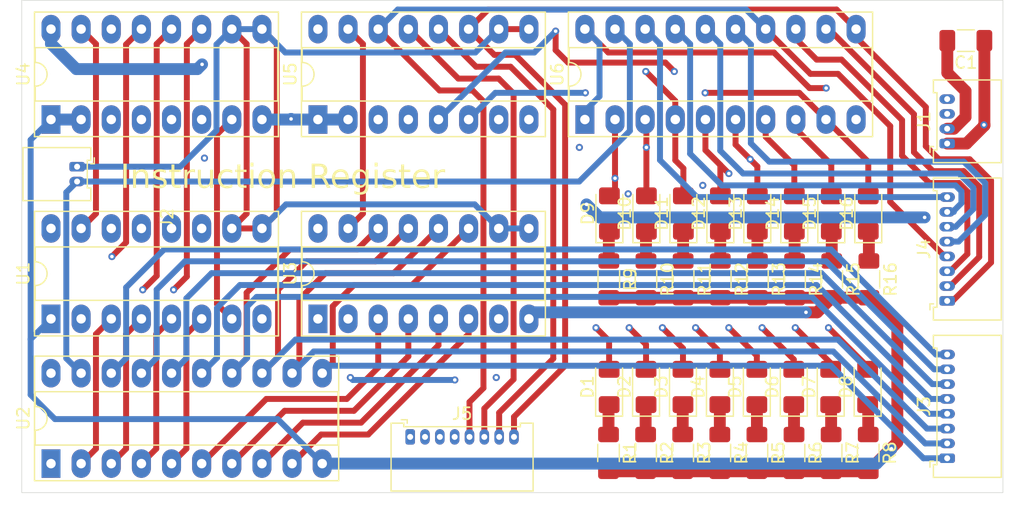
<source format=kicad_pcb>
(kicad_pcb (version 20240108) (generator "pcbnew") (generator_version "8.0")
  (layers (0 "F.Cu" signal) (1 "In1.Cu" signal) (2 "In2.Cu" signal) (31 "B.Cu" signal) (34 "B.Paste" user) (35 "F.Paste" user) (36 "B.SilkS" user "B.Silkscreen") (37 "F.SilkS" user "F.Silkscreen") (38 "B.Mask" user) (39 "F.Mask" user) (44 "Edge.Cuts" user))
  (net 0 "")
  (net 1 "Net-(D7-K)")
  (net 2 "GNDREF")
  (net 3 "Net-(D1-K)")
  (net 4 "Net-(D5-K)")
  (net 5 "Net-(D4-K)")
  (net 6 "Net-(D3-K)")
  (net 7 "Net-(D6-K)")
  (net 8 "Net-(D2-K)")
  (net 9 "Net-(D16-K)")
  (net 10 "Net-(D15-K)")
  (net 11 "Net-(D14-K)")
  (net 12 "Net-(D13-K)")
  (net 13 "Net-(D12-K)")
  (net 14 "Net-(D11-K)")
  (net 15 "Net-(D10-K)")
  (net 16 "Net-(D9-K)")
  (net 17 "Net-(D8-K)")
  (net 18 "Net-(D12-A)")
  (net 19 "/BUS D")
  (net 20 "/BUS E")
  (net 21 "/BUS F")
  (net 22 "Net-(D14-A)")
  (net 23 "VCC")
  (net 24 "Net-(D9-A)")
  (net 25 "/BUS C")
  (net 26 "Net-(D15-A)")
  (net 27 "/BUS A")
  (net 28 "/BUS 8")
  (net 29 "/~{DO}")
  (net 30 "Net-(D13-A)")
  (net 31 "Net-(D11-A)")
  (net 32 "Net-(D16-A)")
  (net 33 "/BUS 9")
  (net 34 "/BUS B")
  (net 35 "Net-(D10-A)")
  (net 36 "Net-(D2-A)")
  (net 37 "/BUS 5")
  (net 38 "/BUS 2")
  (net 39 "Net-(D6-A)")
  (net 40 "Net-(D3-A)")
  (net 41 "Net-(D7-A)")
  (net 42 "/BUS 1")
  (net 43 "Net-(D1-A)")
  (net 44 "/BUS 6")
  (net 45 "/BUS 3")
  (net 46 "/BUS 4")
  (net 47 "Net-(D8-A)")
  (net 48 "Net-(D5-A)")
  (net 49 "Net-(D4-A)")
  (net 50 "/BUS 7")
  (net 51 "/BUS 0")
  (net 52 "/CLR")
  (net 53 "/~{DI}")
  (net 54 "/CLK")
  (footprint "Connector_Molex:Molex_PicoBlade_53048-0810_1x08_P1.25mm_Horizontal" (layer "F.Cu") (at 105.939091 80.4)
    (property "Reference" "J5")
    (property "Value" "Instruction Out")
  )
  (footprint "Resistor_SMD:R_1206_3216Metric_Pad1.30x1.75mm_HandSolder" (layer "F.Cu") (at 125.783574 81.75 -90)
    (property "Reference" "R2")
    (property "Value" "220")
  )
  (footprint "LED_SMD:LED_1206_3216Metric_Pad1.42x1.75mm_HandSolder" (layer "F.Cu") (at 125.819289 76.19 90)
    (property "Reference" "D2")
    (property "Value" "LED")
  )
  (footprint "Resistor_SMD:R_1206_3216Metric_Pad1.30x1.75mm_HandSolder" (layer "F.Cu") (at 125.81286 67.12 -90)
    (property "Reference" "R10")
    (property "Value" "220")
  )
  (footprint "LED_SMD:LED_1206_3216Metric_Pad1.42x1.75mm_HandSolder" (layer "F.Cu") (at 144.551432 61.57 90)
    (property "Reference" "D16")
    (property "Value" "LED")
  )
  (footprint "LED_SMD:LED_1206_3216Metric_Pad1.42x1.75mm_HandSolder" (layer "F.Cu") (at 125.848574 61.57 90)
    (property "Reference" "D10")
    (property "Value" "LED")
  )
  (footprint "LED_SMD:LED_1206_3216Metric_Pad1.42x1.75mm_HandSolder" (layer "F.Cu") (at 135.2 61.57 90)
    (property "Reference" "D13")
    (property "Value" "LED")
  )
  (footprint "LED_SMD:LED_1206_3216Metric_Pad1.42x1.75mm_HandSolder" (layer "F.Cu") (at 144.496432 76.19 90)
    (property "Reference" "D8")
    (property "Value" "LED")
  )
  (footprint "Package_DIP:DIP-16_W7.62mm_Socket_LongPads" (layer "F.Cu") (at 75.665 70.45 90)
    (property "Reference" "U1")
    (property "Value" "74LS173")
  )
  (footprint "LED_SMD:LED_1206_3216Metric_Pad1.42x1.75mm_HandSolder" (layer "F.Cu") (at 128.965716 61.57 90)
    (property "Reference" "D11")
    (property "Value" "LED")
  )
  (footprint "Resistor_SMD:R_1206_3216Metric_Pad1.30x1.75mm_HandSolder" (layer "F.Cu") (at 138.338572 67.12 -90)
    (property "Reference" "R14")
    (property "Value" "220")
  )
  (footprint "Resistor_SMD:R_1206_3216Metric_Pad1.30x1.75mm_HandSolder" (layer "F.Cu") (at 132.075716 67.12 -90)
    (property "Reference" "R12")
    (property "Value" "220")
  )
  (footprint "LED_SMD:LED_1206_3216Metric_Pad1.42x1.75mm_HandSolder" (layer "F.Cu") (at 138.317142 61.57 90)
    (property "Reference" "D14")
    (property "Value" "LED")
  )
  (footprint "LED_SMD:LED_1206_3216Metric_Pad1.42x1.75mm_HandSolder" (layer "F.Cu") (at 122.706432 76.19 90)
    (property "Reference" "D1")
    (property "Value" "LED")
  )
  (footprint "Connector_Molex:Molex_PicoBlade_53048-0810_1x08_P1.25mm_Horizontal" (layer "F.Cu") (at 151.2 68.9375 90)
    (property "Reference" "J4")
    (property "Value" "BUS UB")
  )
  (footprint "Connector_Molex:Molex_PicoBlade_53048-0810_1x08_P1.25mm_Horizontal" (layer "F.Cu") (at 151.2 82.2 90)
    (property "Reference" "J3")
    (property "Value" "BUS LB")
  )
  (footprint "Resistor_SMD:R_1206_3216Metric_Pad1.30x1.75mm_HandSolder" (layer "F.Cu") (at 141.47 67.12 -90)
    (property "Reference" "R15")
    (property "Value" "220")
  )
  (footprint "Connector_Molex:Molex_PicoBlade_53048-0410_1x04_P1.25mm_Horizontal" (layer "F.Cu") (at 151.2 55.675 90)
    (property "Reference" "J1")
    (property "Value" "Power")
  )
  (footprint "Package_DIP:DIP-20_W7.62mm_Socket_LongPads" (layer "F.Cu") (at 120.665 53.65 90)
    (property "Reference" "U6")
    (property "Value" "74LS245")
  )
  (footprint "LED_SMD:LED_1206_3216Metric_Pad1.42x1.75mm_HandSolder" (layer "F.Cu") (at 141.383574 76.19 90)
    (property "Reference" "D7")
    (property "Value" "LED")
  )
  (footprint "Resistor_SMD:R_1206_3216Metric_Pad1.30x1.75mm_HandSolder" (layer "F.Cu") (at 135.207144 67.12 -90)
    (property "Reference" "R13")
    (property "Value" "220")
  )
  (footprint "Resistor_SMD:R_1206_3216Metric_Pad1.30x1.75mm_HandSolder" (layer "F.Cu") (at 128.944288 67.12 -90)
    (property "Reference" "R11")
    (property "Value" "220")
  )
  (footprint "Resistor_SMD:R_1206_3216Metric_Pad1.30x1.75mm_HandSolder" (layer "F.Cu") (at 144.601432 67.12 -90)
    (property "Reference" "R16")
    (property "Value" "220")
  )
  (footprint "Resistor_SMD:R_1206_3216Metric_Pad1.30x1.75mm_HandSolder" (layer "F.Cu") (at 144.546432 81.75 -90)
    (property "Reference" "R8")
    (property "Value" "220")
  )
  (footprint "Package_DIP:DIP-20_W7.62mm_Socket_LongPads" (layer "F.Cu") (at 75.665 82.65 90)
    (property "Reference" "U2")
    (property "Value" "74LS245")
  )
  (footprint "LED_SMD:LED_1206_3216Metric_Pad1.42x1.75mm_HandSolder" (layer "F.Cu") (at 122.731432 61.57 90)
    (property "Reference" "D9")
    (property "Value" "LED")
  )
  (footprint "LED_SMD:LED_1206_3216Metric_Pad1.42x1.75mm_HandSolder" (layer "F.Cu") (at 132.045003 76.19 90)
    (property "Reference" "D4")
    (property "Value" "LED")
  )
  (footprint "Resistor_SMD:R_1206_3216Metric_Pad1.30x1.75mm_HandSolder" (layer "F.Cu") (at 128.910716 81.75 -90)
    (property "Reference" "R3")
    (property "Value" "220")
  )
  (footprint "LED_SMD:LED_1206_3216Metric_Pad1.42x1.75mm_HandSolder" (layer "F.Cu") (at 141.434284 61.57 90)
    (property "Reference" "D15")
    (property "Value" "LED")
  )
  (footprint "Resistor_SMD:R_1206_3216Metric_Pad1.30x1.75mm_HandSolder" (layer "F.Cu") (at 122.681432 67.12 -90)
    (property "Reference" "R9")
    (property "Value" "220")
  )
  (footprint "Resistor_SMD:R_1206_3216Metric_Pad1.30x1.75mm_HandSolder" (layer "F.Cu") (at 122.656432 81.75 -90)
    (property "Reference" "R1")
    (property "Value" "220")
  )
  (footprint "Package_DIP:DIP-16_W7.62mm_Socket_LongPads" (layer "F.Cu") (at 98.165 70.45 90)
    (property "Reference" "U3")
    (property "Value" "74LS173")
  )
  (footprint "Resistor_SMD:R_1206_3216Metric_Pad1.30x1.75mm_HandSolder" (layer "F.Cu") (at 138.292142 81.75 -90)
    (property "Reference" "R6")
    (property "Value" "220")
  )
  (footprint "Resistor_SMD:R_1206_3216Metric_Pad1.30x1.75mm_HandSolder" (layer "F.Cu") (at 141.419284 81.75 -90)
    (property "Reference" "R7")
    (property "Value" "220")
  )
  (footprint "LED_SMD:LED_1206_3216Metric_Pad1.42x1.75mm_HandSolder" (layer "F.Cu") (at 132.082858 61.57 90)
    (property "Reference" "D12")
    (property "Value" "LED")
  )
  (footprint "Resistor_SMD:R_1206_3216Metric_Pad1.30x1.75mm_HandSolder" (layer "F.Cu") (at 135.165 81.75 -90)
    (property "Reference" "R5")
    (property "Value" "220")
  )
  (footprint "LED_SMD:LED_1206_3216Metric_Pad1.42x1.75mm_HandSolder" (layer "F.Cu") (at 138.270717 76.19 90)
    (property "Reference" "D6")
    (property "Value" "LED")
  )
  (footprint "LED_SMD:LED_1206_3216Metric_Pad1.42x1.75mm_HandSolder" (layer "F.Cu") (at 128.932146 76.19 90)
    (property "Reference" "D3")
    (property "Value" "LED")
  )
  (footprint "LED_SMD:LED_1206_3216Metric_Pad1.42x1.75mm_HandSolder" (layer "F.Cu") (at 135.15786 76.19 90)
    (property "Reference" "D5")
    (property "Value" "LED")
  )
  (footprint "Resistor_SMD:R_1206_3216Metric_Pad1.30x1.75mm_HandSolder" (layer "F.Cu") (at 132.037858 81.75 -90)
    (property "Reference" "R4")
    (property "Value" "220")
  )
  (footprint "Connector_Molex:Molex_PicoBlade_53048-0210_1x02_P1.25mm_Horizontal" (layer "F.Cu") (at 77.865 57.625 -90)
    (property "Reference" "J2")
    (property "Value" "Control")
  )
  (footprint "Package_DIP:DIP-16_W7.62mm_Socket_LongPads" (layer "F.Cu") (at 75.665 53.65 90)
    (property "Reference" "U4")
    (property "Value" "74LS173")
  )
  (footprint "Package_DIP:DIP-16_W7.62mm_Socket_LongPads" (layer "F.Cu") (at 98.165 53.65 90)
    (property "Reference" "U5")
    (property "Value" "74LS173")
  )
  (footprint "Capacitor_SMD:C_1206_3216Metric_Pad1.33x1.80mm_HandSolder" (layer "F.Cu") (at 152.775 47 180)
    (property "Reference" "C1")
    (property "Value" "0.1 uF")
  )
  (gr_rect (start 73.2 43.6) (end 155.9 85.1) (stroke (width 0.05)) (fill none) (layer "Edge.Cuts"))
  (gr_text "Instruction Register" (at 81.5 59.75 0) (layer "F.SilkS") (effects (font (size 2 2)) (justify left bottom)))
  (segment (start 141.419284 77.71321) (end 141.383574 77.6775) (width 1) (layer "F.Cu") (net 1))
  (segment (start 141.419284 80.2) (end 141.419284 77.71321) (width 1) (layer "F.Cu") (net 1))
  (segment (start 146.5 81.4) (end 146.5 81.346432) (width 1) (layer "F.Cu") (net 2))
  (segment (start 132.075716 68.67) (end 128.944288 68.67) (width 1) (layer "F.Cu") (net 2))
  (segment (start 132.037858 83.3) (end 135.165 83.3) (width 1) (layer "F.Cu") (net 2))
  (segment (start 141.419284 83.3) (end 144.546432 83.3) (width 1) (layer "F.Cu") (net 2))
  (segment (start 139.3 69.9) (end 140.24 69.9) (width 1) (layer "F.Cu") (net 2))
  (segment (start 147 80.846432) (end 147 71.068568) (width 1) (layer "F.Cu") (net 2))
  (segment (start 135.207144 68.67) (end 132.075716 68.67) (width 1) (layer "F.Cu") (net 2))
  (segment (start 151.2125 47) (end 151.2125 49.7125) (width 1) (layer "F.Cu") (net 2))
  (segment (start 151.2125 49.7125) (end 152.75 51.25) (width 1) (layer "F.Cu") (net 2))
  (segment (start 147 71.068568) (end 144.601432 68.67) (width 1) (layer "F.Cu") (net 2))
  (segment (start 146.5 81.346432) (end 147 80.846432) (width 1) (layer "F.Cu") (net 2))
  (segment (start 138.338572 68.67) (end 135.207144 68.67) (width 1) (layer "F.Cu") (net 2))
  (segment (start 135.165 83.3) (end 138.292142 83.3) (width 1) (layer "F.Cu") (net 2))
  (segment (start 144.546432 83.3) (end 146.446432 81.4) (width 1) (layer "F.Cu") (net 2))
  (segment (start 151.755635 54.425) (end 151.2 54.425) (width 1) (layer "F.Cu") (net 2))
  (segment (start 128.910716 83.3) (end 132.037858 83.3) (width 1) (layer "F.Cu") (net 2))
  (segment (start 146.446432 81.4) (end 146.5 81.4) (width 1) (layer "F.Cu") (net 2))
  (segment (start 144.601432 68.67) (end 141.47 68.67) (width 1) (layer "F.Cu") (net 2))
  (segment (start 122.656432 83.3) (end 125.783574 83.3) (width 1) (layer "F.Cu") (net 2))
  (segment (start 140.24 69.9) (end 141.47 68.67) (width 1) (layer "F.Cu") (net 2))
  (segment (start 128.944288 68.67) (end 125.81286 68.67) (width 1) (layer "F.Cu") (net 2))
  (segment (start 138.338572 68.67) (end 141.47 68.67) (width 1) (layer "F.Cu") (net 2))
  (segment (start 125.783574 83.3) (end 128.910716 83.3) (width 1) (layer "F.Cu") (net 2))
  (segment (start 138.292142 83.3) (end 141.419284 83.3) (width 1) (layer "F.Cu") (net 2))
  (segment (start 122.681432 68.67) (end 125.81286 68.67) (width 1) (layer "F.Cu") (net 2))
  (segment (start 152.75 51.25) (end 152.75 53.430635) (width 1) (layer "F.Cu") (net 2))
  (segment (start 152.75 53.430635) (end 151.755635 54.425) (width 1) (layer "F.Cu") (net 2))
  (via (at 95.9 53.6) (size 0.6) (drill 0.3) (layers "F.Cu" "B.Cu") (net 2))
  (via (at 139.3 69.9) (size 0.6) (drill 0.3) (layers "F.Cu" "B.Cu") (net 2))
  (via (at 146.5 81.4) (size 0.6) (drill 0.3) (layers "F.Cu" "B.Cu") (net 2))
  (segment (start 116.495 69.9) (end 139.3 69.9) (width 1) (layer "B.Cu") (net 2))
  (segment (start 145.25 82.65) (end 98.525 82.65) (width 1) (layer "B.Cu") (net 2))
  (segment (start 115.945 70.45) (end 116.495 69.9) (width 1) (layer "B.Cu") (net 2))
  (segment (start 76 78.9) (end 94.775 78.9) (width 0.5) (layer "B.Cu") (net 2))
  (segment (start 75.665 70.45) (end 73.95 72.165) (width 0.5) (layer "B.Cu") (net 2))
  (segment (start 78.205 53.65) (end 75.665 53.65) (width 1) (layer "B.Cu") (net 2))
  (segment (start 95.9 53.6) (end 95.95 53.65) (width 1) (layer "B.Cu") (net 2))
  (segment (start 146.5 81.4) (end 145.25 82.65) (width 1) (layer "B.Cu") (net 2))
  (segment (start 95.85 53.65) (end 95.9 53.6) (width 1) (layer "B.Cu") (net 2))
  (segment (start 94.775 78.9) (end 98.525 82.65) (width 0.5) (layer "B.Cu") (net 2))
  (segment (start 93.445 53.65) (end 95.85 53.65) (width 1) (layer "B.Cu") (net 2))
  (segment (start 100.705 53.65) (end 98.165 53.65) (width 1) (layer "B.Cu") (net 2))
  (segment (start 73.95 55.365) (end 75.665 53.65) (width 0.5) (layer "B.Cu") (net 2))
  (segment (start 73.95 76.85) (end 76 78.9) (width 0.5) (layer "B.Cu") (net 2))
  (segment (start 73.95 72.165) (end 73.95 55.365) (width 0.5) (layer "B.Cu") (net 2))
  (segment (start 95.95 53.65) (end 98.165 53.65) (width 1) (layer "B.Cu") (net 2))
  (segment (start 73.95 72.165) (end 73.95 76.85) (width 0.5) (layer "B.Cu") (net 2))
  (segment (start 122.656432 77.7275) (end 122.706432 77.6775) (width 1) (layer "F.Cu") (net 3))
  (segment (start 122.656432 80.2) (end 122.656432 77.7275) (width 1) (layer "F.Cu") (net 3))
  (segment (start 135.165 77.68464) (end 135.15786 77.6775) (width 1) (layer "F.Cu") (net 4))
  (segment (start 135.165 80.2) (end 135.165 77.68464) (width 1) (layer "F.Cu") (net 4))
  (segment (start 132.037858 80.2) (end 132.037858 77.684645) (width 1) (layer "F.Cu") (net 5))
  (segment (start 132.037858 77.684645) (end 132.045003 77.6775) (width 1) (layer "F.Cu") (net 5))
  (segment (start 128.910716 77.69893) (end 128.932146 77.6775) (width 1) (layer "F.Cu") (net 6))
  (segment (start 128.910716 80.2) (end 128.910716 77.69893) (width 1) (layer "F.Cu") (net 6))
  (segment (start 138.292142 80.2) (end 138.292142 77.698925) (width 1) (layer "F.Cu") (net 7))
  (segment (start 138.292142 77.698925) (end 138.270717 77.6775) (width 1) (layer "F.Cu") (net 7))
  (segment (start 125.783574 77.713215) (end 125.819289 77.6775) (width 1) (layer "F.Cu") (net 8))
  (segment (start 125.783574 80.2) (end 125.783574 77.713215) (width 1) (layer "F.Cu") (net 8))
  (segment (start 144.601432 63.1075) (end 144.551432 63.0575) (width 1) (layer "F.Cu") (net 9))
  (segment (start 144.601432 65.57) (end 144.601432 63.1075) (width 1) (layer "F.Cu") (net 9))
  (segment (start 141.47 63.093216) (end 141.434284 63.0575) (width 1) (layer "F.Cu") (net 10))
  (segment (start 141.47 65.57) (end 141.47 63.093216) (width 1) (layer "F.Cu") (net 10))
  (segment (start 138.338572 63.07893) (end 138.317142 63.0575) (width 1) (layer "F.Cu") (net 11))
  (segment (start 138.338572 65.57) (end 138.338572 63.07893) (width 1) (layer "F.Cu") (net 11))
  (segment (start 135.207144 65.57) (end 135.207144 63.064644) (width 1) (layer "F.Cu") (net 12))
  (segment (start 135.207144 63.064644) (end 135.2 63.0575) (width 1) (layer "F.Cu") (net 12))
  (segment (start 132.075716 65.57) (end 132.075716 63.064642) (width 1) (layer "F.Cu") (net 13))
  (segment (start 132.075716 63.064642) (end 132.082858 63.0575) (width 1) (layer "F.Cu") (net 13))
  (segment (start 128.944288 65.57) (end 128.944288 63.078928) (width 1) (layer "F.Cu") (net 14))
  (segment (start 128.944288 63.078928) (end 128.965716 63.0575) (width 1) (layer "F.Cu") (net 14))
  (segment (start 125.81286 65.57) (end 125.81286 63.093214) (width 1) (layer "F.Cu") (net 15))
  (segment (start 125.81286 63.093214) (end 125.848574 63.0575) (width 1) (layer "F.Cu") (net 15))
  (segment (start 122.681432 63.1075) (end 122.731432 63.0575) (width 1) (layer "F.Cu") (net 16))
  (segment (start 122.681432 65.57) (end 122.681432 63.1075) (width 1) (layer "F.Cu") (net 16))
  (segment (start 144.546432 77.7275) (end 144.496432 77.6775) (width 1) (layer "F.Cu") (net 17))
  (segment (start 144.546432 80.2) (end 144.546432 77.7275) (width 1) (layer "F.Cu") (net 17))
  (segment (start 132.082858 57.482858) (end 130.825 56.225) (width 0.5) (layer "F.Cu") (net 18))
  (segment (start 130.825 56.225) (end 130.825 53.65) (width 0.5) (layer "F.Cu") (net 18))
  (segment (start 132.8 58.2) (end 130.825 56.225) (width 0.5) (layer "F.Cu") (net 18))
  (segment (start 132.082858 60.0825) (end 132.082858 57.482858) (width 0.5) (layer "F.Cu") (net 18))
  (via (at 132.8 58.2) (size 0.6) (drill 0.3) (layers "F.Cu" "B.Cu") (net 18))
  (segment (start 84.575 47.28) (end 84.575 66.825) (width 0.5) (layer "F.Cu") (net 19))
  (segment (start 84.575 66.825) (end 83.4 68) (width 0.5) (layer "F.Cu") (net 19))
  (segment (start 85.825 46.03) (end 84.575 47.28) (width 0.5) (layer "F.Cu") (net 19))
  (via (at 113.194545 75.394545) (size 0.6) (drill 0.3) (layers "F.Cu" "B.Cu") (net 19))
  (via (at 83.4 68) (size 0.6) (drill 0.3) (layers "F.Cu" "B.Cu") (net 19))
  (segment (start 132.075 47.28) (end 132.075 56.275) (width 0.5) (layer "B.Cu") (net 19))
  (segment (start 153.4 61.2) (end 151.9125 62.6875) (width 0.5) (layer "B.Cu") (net 19))
  (segment (start 152.2 58.2) (end 153.4 59.4) (width 0.5) (layer "B.Cu") (net 19))
  (segment (start 151.9125 62.6875) (end 151.2 62.6875) (width 0.5) (layer "B.Cu") (net 19))
  (segment (start 153.4 59.4) (end 153.4 61.2) (width 0.5) (layer "B.Cu") (net 19))
  (segment (start 132.075 56.275) (end 134 58.2) (width 0.5) (layer "B.Cu") (net 19))
  (segment (start 134 58.2) (end 152.2 58.2) (width 0.5) (layer "B.Cu") (net 19))
  (segment (start 130.825 46.03) (end 132.075 47.28) (width 0.5) (layer "B.Cu") (net 19))
  (segment (start 81.995 64.005) (end 80.8 65.2) (width 0.5) (layer "F.Cu") (net 20))
  (segment (start 83.285 46.03) (end 81.995 47.32) (width 0.5) (layer "F.Cu") (net 20))
  (segment (start 81.995 47.32) (end 81.995 64.005) (width 0.5) (layer "F.Cu") (net 20))
  (via (at 80.8 65.2) (size 0.6) (drill 0.3) (layers "F.Cu" "B.Cu") (net 20))
  (via (at 124.313616 59.913616) (size 0.6) (drill 0.3) (layers "F.Cu" "B.Cu") (net 20))
  (segment (start 151.6625 61.4375) (end 151.2 61.4375) (width 0.5) (layer "B.Cu") (net 20))
  (segment (start 132.2 59.2) (end 151.9 59.2) (width 0.5) (layer "B.Cu") (net 20))
  (segment (start 129.535 47.28) (end 129.535 56.535) (width 0.5) (layer "B.Cu") (net 20))
  (segment (start 129.535 56.535) (end 132.2 59.2) (width 0.5) (layer "B.Cu") (net 20))
  (segment (start 128.285 46.03) (end 129.535 47.28) (width 0.5) (layer "B.Cu") (net 20))
  (segment (start 151.9 59.2) (end 152.4 59.7) (width 0.5) (layer "B.Cu") (net 20))
  (segment (start 151.2 61.4375) (end 151.7625 61.4375) (width 0.5) (layer "B.Cu") (net 20))
  (segment (start 152.4 60.7) (end 151.6625 61.4375) (width 0.5) (layer "B.Cu") (net 20))
  (segment (start 152.4 59.7) (end 152.4 60.7) (width 0.5) (layer "B.Cu") (net 20))
  (segment (start 151.2 60.1875) (end 130.114733 60.1875) (width 0.5) (layer "B.Cu") (net 21))
  (segment (start 126.995 47.28) (end 125.745 46.03) (width 0.5) (layer "B.Cu") (net 21))
  (segment (start 130.114733 60.1875) (end 126.995 57.067767) (width 0.5) (layer "B.Cu") (net 21))
  (segment (start 126.995 57.067767) (end 126.995 47.28) (width 0.5) (layer "B.Cu") (net 21))
  (segment (start 138.317142 60.0825) (end 138.317142 57.517142) (width 0.5) (layer "F.Cu") (net 22))
  (segment (start 138.317142 57.517142) (end 135.905 55.105) (width 0.5) (layer "F.Cu") (net 22))
  (segment (start 135.905 55.105) (end 135.905 53.65) (width 0.5) (layer "F.Cu") (net 22))
  (segment (start 136.6 48) (end 139.6 51) (width 0.5) (layer "F.Cu") (net 23))
  (segment (start 154.3375 54.0625) (end 154.3375 47) (width 1) (layer "F.Cu") (net 23))
  (segment (start 154.3375 54.1375) (end 154.3 54.1) (width 1) (layer "F.Cu") (net 23))
  (segment (start 152.825 55.675) (end 154.3375 54.1625) (width 1) (layer "F.Cu") (net 23))
  (segment (start 154.3 54.1) (end 154.3375 54.0625) (width 1) (layer "F.Cu") (net 23))
  (segment (start 154.3375 54.1625) (end 154.3375 54.1375) (width 1) (layer "F.Cu") (net 23))
  (segment (start 122.635 48) (end 136.6 48) (width 0.5) (layer "F.Cu") (net 23))
  (segment (start 120.665 46.03) (end 122.635 48) (width 0.5) (layer "F.Cu") (net 23))
  (segment (start 151.2 55.675) (end 152.825 55.675) (width 1) (layer "F.Cu") (net 23))
  (segment (start 139.6 51) (end 141 51) (width 0.5) (layer "F.Cu") (net 23))
  (via (at 141 51) (size 0.6) (drill 0.3) (layers "F.Cu" "B.Cu") (net 23))
  (via (at 88.4 49) (size 0.6) (drill 0.3) (layers "F.Cu" "B.Cu") (net 23))
  (via (at 154.3 54.1) (size 0.6) (drill 0.3) (layers "F.Cu" "B.Cu") (net 23))
  (via (at 120.2 56) (size 0.6) (drill 0.3) (layers "F.Cu" "B.Cu") (net 23))
  (via (at 120.8 60.8) (size 0.6) (drill 0.3) (layers "F.Cu" "B.Cu") (net 23))
  (via (at 88.6 56.9) (size 0.6) (drill 0.3) (layers "F.Cu" "B.Cu") (net 23))
  (via (at 149.3 61.9) (size 0.6) (drill 0.3) (layers "F.Cu" "B.Cu") (net 23))
  (segment (start 121.9 51.693616) (end 120.665 52.928616) (width 0.5) (layer "B.Cu") (net 23))
  (segment (start 120.665 46.03) (end 121.9 47.265) (width 0.5) (layer "B.Cu") (net 23))
  (segment (start 88 49.4) (end 88.4 49) (width 1) (layer "B.Cu") (net 23))
  (segment (start 121.9 47.265) (end 121.9 51.693616) (width 0.5) (layer "B.Cu") (net 23))
  (segment (start 75.665 47.265) (end 75.665 46.03) (width 1) (layer "B.Cu") (net 23))
  (segment (start 77.8 49.4) (end 88 49.4) (width 1) (layer "B.Cu") (net 23))
  (segment (start 149.3 61.9) (end 121.9 61.9) (width 1) (layer "B.Cu") (net 23))
  (segment (start 120.665 52.928616) (end 120.665 53.65) (width 0.5) (layer "B.Cu") (net 23))
  (segment (start 121.9 61.9) (end 120.8 60.8) (width 1) (layer "B.Cu") (net 23))
  (segment (start 77.8 49.4) (end 75.665 47.265) (width 1) (layer "B.Cu") (net 23))
  (segment (start 123.205 59.608932) (end 122.731432 60.0825) (width 0.5) (layer "F.Cu") (net 24))
  (segment (start 122.731432 54.123568) (end 123.205 53.65) (width 0.5) (layer "F.Cu") (net 24))
  (segment (start 123.205 58.6) (end 123.205 59.608932) (width 0.5) (layer "F.Cu") (net 24))
  (segment (start 123.205 53.65) (end 123.205 58.6) (width 0.5) (layer "F.Cu") (net 24))
  (via (at 123.205 58.6) (size 0.6) (drill 0.3) (layers "F.Cu" "B.Cu") (net 24))
  (segment (start 87.115 66.885) (end 86 68) (width 0.5) (layer "F.Cu") (net 25))
  (segment (start 88.365 46.03) (end 87.115 47.28) (width 0.5) (layer "F.Cu") (net 25))
  (segment (start 87.115 47.28) (end 87.115 66.885) (width 0.5) (layer "F.Cu") (net 25))
  (via (at 86 68) (size 0.6) (drill 0.3) (layers "F.Cu" "B.Cu") (net 25))
  (via (at 130.6 59.2) (size 0.6) (drill 0.3) (layers "F.Cu" "B.Cu") (net 25))
  (segment (start 134.655 47.32) (end 134.655 55.655) (width 0.5) (layer "B.Cu") (net 25))
  (segment (start 154.4 59) (end 154.4 61.7) (width 0.5) (layer "B.Cu") (net 25))
  (segment (start 152.6 57.2) (end 154.4 59) (width 0.5) (layer "B.Cu") (net 25))
  (segment (start 154.4 61.7) (end 152.1625 63.9375) (width 0.5) (layer "B.Cu") (net 25))
  (segment (start 136.2 57.2) (end 152.6 57.2) (width 0.5) (layer "B.Cu") (net 25))
  (segment (start 134.655 55.655) (end 136.2 57.2) (width 0.5) (layer "B.Cu") (net 25))
  (segment (start 152.1625 63.9375) (end 151.2 63.9375) (width 0.5) (layer "B.Cu") (net 25))
  (segment (start 133.365 46.03) (end 134.655 47.32) (width 0.5) (layer "B.Cu") (net 25))
  (segment (start 138.445 54.445) (end 138.445 53.65) (width 0.5) (layer "F.Cu") (net 26))
  (segment (start 119.25 48.85) (end 118.2 47.8) (width 0.5) (layer "F.Cu") (net 26))
  (segment (start 141.434284 57.434284) (end 138.445 54.445) (width 0.5) (layer "F.Cu") (net 26))
  (segment (start 127.45 48.85) (end 119.25 48.85) (width 0.5) (layer "F.Cu") (net 26))
  (segment (start 141.434284 60.0825) (end 141.434284 57.434284) (width 0.5) (layer "F.Cu") (net 26))
  (segment (start 118.2 47.8) (end 118.2 46.2) (width 0.5) (layer "F.Cu") (net 26))
  (segment (start 128.2 49.6) (end 127.45 48.85) (width 0.5) (layer "F.Cu") (net 26))
  (via (at 118.2 46.2) (size 0.6) (drill 0.3) (layers "F.Cu" "B.Cu") (net 26))
  (via (at 128.2 49.6) (size 0.6) (drill 0.3) (layers "F.Cu" "B.Cu") (net 26))
  (segment (start 113.975 48) (end 108.325 53.65) (width 0.5) (layer "B.Cu") (net 26))
  (segment (start 118.2 46.2) (end 116.4 48) (width 0.5) (layer "B.Cu") (net 26))
  (segment (start 116.4 48) (end 113.975 48) (width 0.5) (layer "B.Cu") (net 26))
  (segment (start 138.445 46.03) (end 138.445 46.845) (width 0.5) (layer "F.Cu") (net 27))
  (segment (start 149.7 59) (end 152.2 59) (width 0.5) (layer "F.Cu") (net 27))
  (segment (start 138.445 46.845) (end 140.2 48.6) (width 0.5) (layer "F.Cu") (net 27))
  (segment (start 152.2 59) (end 152.9 59.7) (width 0.5) (layer "F.Cu") (net 27))
  (segment (start 114.655 75.545) (end 114.655 51.455) (width 0.5) (layer "F.Cu") (net 27))
  (segment (start 114.655 51.455) (end 113.4 50.2) (width 0.5) (layer "F.Cu") (net 27))
  (segment (start 152.9 59.7) (end 152.9 64.9875) (width 0.5) (layer "F.Cu") (net 27))
  (segment (start 140.2 48.6) (end 142.3 48.6) (width 0.5) (layer "F.Cu") (net 27))
  (segment (start 112.189091 80.4) (end 112.189091 78.010909) (width 0.5) (layer "F.Cu") (net 27))
  (segment (start 147.4 53.7) (end 147.4 56.7) (width 0.5) (layer "F.Cu") (net 27))
  (segment (start 151.45 66.4375) (end 151.2 66.4375) (width 0.5) (layer "F.Cu") (net 27))
  (segment (start 105.83 46.03) (end 105.785 46.03) (width 0.5) (layer "F.Cu") (net 27))
  (segment (start 142.3 48.6) (end 147.4 53.7) (width 0.5) (layer "F.Cu") (net 27))
  (segment (start 152.9 64.9875) (end 151.45 66.4375) (width 0.5) (layer "F.Cu") (net 27))
  (segment (start 110 50.2) (end 105.83 46.03) (width 0.5) (layer "F.Cu") (net 27))
  (segment (start 112.189091 78.010909) (end 114.655 75.545) (width 0.5) (layer "F.Cu") (net 27))
  (segment (start 147.4 56.7) (end 149.7 59) (width 0.5) (layer "F.Cu") (net 27))
  (segment (start 113.4 50.2) (end 110 50.2) (width 0.5) (layer "F.Cu") (net 27))
  (segment (start 150.5 57) (end 153.1 57) (width 0.5) (layer "F.Cu") (net 28))
  (segment (start 119 52.4) (end 114.8 48.2) (width 0.5) (layer "F.Cu") (net 28))
  (segment (start 119 74.4) (end 119 52.4) (width 0.5) (layer "F.Cu") (net 28))
  (segment (start 114.689091 80.4) (end 114.689091 78.710909) (width 0.5) (layer "F.Cu") (net 28))
  (segment (start 143.525 46.03) (end 141.875 44.38) (width 0.5) (layer "F.Cu") (net 28))
  (segment (start 113.035 48.2) (end 110.865 46.03) (width 0.5) (layer "F.Cu") (net 28))
  (segment (start 149.4 55.9) (end 150.5 57) (width 0.5) (layer "F.Cu") (net 28))
  (segment (start 153.1 57) (end 154.9 58.8) (width 0.5) (layer "F.Cu") (net 28))
  (segment (start 114.689091 78.710909) (end 119 74.4) (width 0.5) (layer "F.Cu") (net 28))
  (segment (start 143.525 46.725) (end 149.4 52.6) (width 0.5) (layer "F.Cu") (net 28))
  (segment (start 149.4 52.6) (end 149.4 55.9) (width 0.5) (layer "F.Cu") (net 28))
  (segment (start 114.8 48.2) (end 113.035 48.2) (width 0.5) (layer "F.Cu") (net 28))
  (segment (start 143.525 46.03) (end 143.525 46.725) (width 0.5) (layer "F.Cu") (net 28))
  (segment (start 154.9 65.7) (end 151.6625 68.9375) (width 0.5) (layer "F.Cu") (net 28))
  (segment (start 112.515 44.38) (end 110.865 46.03) (width 0.5) (layer "F.Cu") (net 28))
  (segment (start 154.9 58.8) (end 154.9 65.7) (width 0.5) (layer "F.Cu") (net 28))
  (segment (start 141.875 44.38) (end 112.515 44.38) (width 0.5) (layer "F.Cu") (net 28))
  (segment (start 151.6625 68.9375) (end 151.2 68.9375) (width 0.5) (layer "F.Cu") (net 28))
  (segment (start 123.205 46.03) (end 123.205 46.795) (width 0.5) (layer "B.Cu") (net 29))
  (segment (start 124.455 47.28) (end 123.205 46.03) (width 0.5) (layer "B.Cu") (net 29))
  (segment (start 77.865 58.875) (end 120.187767 58.875) (width 0.5) (layer "B.Cu") (net 29))
  (segment (start 120.187767 58.875) (end 124.455 54.607767) (width 0.5) (layer "B.Cu") (net 29))
  (segment (start 76.955 73.78) (end 78.205 75.03) (width 0.5) (layer "B.Cu") (net 29))
  (segment (start 124.455 54.607767) (end 124.455 47.28) (width 0.5) (layer "B.Cu") (net 29))
  (segment (start 77.865 58.875) (end 76.955 59.785) (width 0.5) (layer "B.Cu") (net 29))
  (segment (start 76.955 59.785) (end 76.955 73.78) (width 0.5) (layer "B.Cu") (net 29))
  (segment (start 135.2 57.6) (end 135.2 60.0825) (width 0.5) (layer "F.Cu") (net 30))
  (segment (start 134.6 57) (end 133.365 55.765) (width 0.5) (layer "F.Cu") (net 30))
  (segment (start 133.365 55.765) (end 133.365 53.65) (width 0.5) (layer "F.Cu") (net 30))
  (segment (start 134.6 57) (end 135.2 57.6) (width 0.5) (layer "F.Cu") (net 30))
  (via (at 134.6 57) (size 0.6) (drill 0.3) (layers "F.Cu" "B.Cu") (net 30))
  (segment (start 128.285 57.085) (end 128.285 53.65) (width 0.5) (layer "F.Cu") (net 31))
  (segment (start 128.965716 60.0825) (end 128.965716 57.765716) (width 0.5) (layer "F.Cu") (net 31))
  (segment (start 128.285 52.085) (end 128.285 53.65) (width 0.5) (layer "F.Cu") (net 31))
  (segment (start 125.8 49.6) (end 128.285 52.085) (width 0.5) (layer "F.Cu") (net 31))
  (segment (start 128.965716 57.765716) (end 128.285 57.085) (width 0.5) (layer "F.Cu") (net 31))
  (via (at 125.8 49.6) (size 0.6) (drill 0.3) (layers "F.Cu" "B.Cu") (net 31))
  (segment (start 144.551432 57.216432) (end 140.985 53.65) (width 0.5) (layer "F.Cu") (net 32))
  (segment (start 144.551432 60.0825) (end 144.551432 57.216432) (width 0.5) (layer "F.Cu") (net 32))
  (segment (start 138.735 51.4) (end 140.985 53.65) (width 0.5) (layer "F.Cu") (net 32))
  (segment (start 130.8 51.4) (end 138.735 51.4) (width 0.5) (layer "F.Cu") (net 32))
  (via (at 130.8 51.4) (size 0.6) (drill 0.3) (layers "F.Cu" "B.Cu") (net 32))
  (via (at 120.7 51.4) (size 0.6) (drill 0.3) (layers "F.Cu" "B.Cu") (net 32))
  (segment (start 120.7 51.4) (end 113.115 51.4) (width 0.5) (layer "B.Cu") (net 32))
  (segment (start 113.115 51.4) (end 110.865 53.65) (width 0.5) (layer "B.Cu") (net 32))
  (segment (start 148.4 56.4) (end 148.4 53.2) (width 0.5) (layer "F.Cu") (net 33))
  (segment (start 111.495 49.2) (end 108.325 46.03) (width 0.5) (layer "F.Cu") (net 33))
  (segment (start 153.9 59.3) (end 152.6 58) (width 0.5) (layer "F.Cu") (net 33))
  (segment (start 151.45 67.6875) (end 153.9 65.2375) (width 0.5) (layer "F.Cu") (net 33))
  (segment (start 153.9 65.2375) (end 153.9 59.3) (width 0.5) (layer "F.Cu") (net 33))
  (segment (start 150 58) (end 148.4 56.4) (width 0.5) (layer "F.Cu") (net 33))
  (segment (start 151.2 67.6875) (end 151.45 67.6875) (width 0.5) (layer "F.Cu") (net 33))
  (segment (start 114.4 49.2) (end 111.495 49.2) (width 0.5) (layer "F.Cu") (net 33))
  (segment (start 113.439091 78.360909) (end 118 73.8) (width 0.5) (layer "F.Cu") (net 33))
  (segment (start 141.23 46.03) (end 140.985 46.03) (width 0.5) (layer "F.Cu") (net 33))
  (segment (start 113.439091 80.4) (end 113.439091 78.360909) (width 0.5) (layer "F.Cu") (net 33))
  (segment (start 148.4 53.2) (end 141.23 46.03) (width 0.5) (layer "F.Cu") (net 33))
  (segment (start 118 52.8) (end 114.4 49.2) (width 0.5) (layer "F.Cu") (net 33))
  (segment (start 118 73.8) (end 118 52.8) (width 0.5) (layer "F.Cu") (net 33))
  (segment (start 152.6 58) (end 150 58) (width 0.5) (layer "F.Cu") (net 33))
  (segment (start 139.675 49.8) (end 135.905 46.03) (width 0.5) (layer "F.Cu") (net 34))
  (segment (start 110.939091 80.4) (end 110.939091 77.460909) (width 0.5) (layer "F.Cu") (net 34))
  (segment (start 146.4 54.2) (end 142 49.8) (width 0.5) (layer "F.Cu") (net 34))
  (segment (start 146.4 60.589582) (end 146.4 54.2) (width 0.5) (layer "F.Cu") (net 34))
  (segment (start 150.997918 65.1875) (end 146.4 60.589582) (width 0.5) (layer "F.Cu") (net 34))
  (segment (start 110.939091 77.460909) (end 112.115 76.285) (width 0.5) (layer "F.Cu") (net 34))
  (segment (start 151.2 65.1875) (end 150.997918 65.1875) (width 0.5) (layer "F.Cu") (net 34))
  (segment (start 108.415 51.2) (end 103.245 46.03) (width 0.5) (layer "F.Cu") (net 34))
  (segment (start 142 49.8) (end 139.675 49.8) (width 0.5) (layer "F.Cu") (net 34))
  (segment (start 112.115 76.285) (end 112.115 52.115) (width 0.5) (layer "F.Cu") (net 34))
  (segment (start 112.115 52.115) (end 111.2 51.2) (width 0.5) (layer "F.Cu") (net 34))
  (segment (start 111.2 51.2) (end 108.415 51.2) (width 0.5) (layer "F.Cu") (net 34))
  (segment (start 134.255 44.38) (end 104.895 44.38) (width 0.5) (layer "B.Cu") (net 34))
  (segment (start 104.895 44.38) (end 103.245 46.03) (width 0.5) (layer "B.Cu") (net 34))
  (segment (start 135.905 46.03) (end 134.255 44.38) (width 0.5) (layer "B.Cu") (net 34))
  (segment (start 125.848574 53.753574) (end 125.745 53.65) (width 0.5) (layer "F.Cu") (net 35))
  (segment (start 125.848574 56) (end 125.848574 53.753574) (width 0.5) (layer "F.Cu") (net 35))
  (segment (start 125.848574 60.0825) (end 125.848574 56) (width 0.5) (layer "F.Cu") (net 35))
  (via (at 125.848574 56) (size 0.6) (drill 0.3) (layers "F.Cu" "B.Cu") (net 35))
  (segment (start 125.819289 74.7025) (end 125.819289 72.619289) (width 0.5) (layer "F.Cu") (net 36))
  (segment (start 81.995 81.4) (end 81.995 71.74) (width 0.5) (layer "F.Cu") (net 36))
  (segment (start 125.819289 72.619289) (end 124.4 71.2) (width 0.5) (layer "F.Cu") (net 36))
  (segment (start 81.995 71.74) (end 83.285 70.45) (width 0.5) (layer "F.Cu") (net 36))
  (segment (start 80.745 82.65) (end 81.995 81.4) (width 0.5) (layer "F.Cu") (net 36))
  (via (at 124.4 71.2) (size 0.6) (drill 0.3) (layers "F.Cu" "B.Cu") (net 36))
  (segment (start 140.6 66.6) (end 149.95 75.95) (width 0.5) (layer "B.Cu") (net 37))
  (segment (start 87.075 68.725) (end 89.2 66.6) (width 0.5) (layer "B.Cu") (net 37))
  (segment (start 89.2 66.6) (end 140.6 66.6) (width 0.5) (layer "B.Cu") (net 37))
  (segment (start 85.825 75.03) (end 87.075 73.78) (width 0.5) (layer "B.Cu") (net 37))
  (segment (start 149.95 75.95) (end 151.2 75.95) (width 0.5) (layer "B.Cu") (net 37))
  (segment (start 87.075 73.78) (end 87.075 68.725) (width 0.5) (layer "B.Cu") (net 37))
  (segment (start 94.8 73.675) (end 94.8 68) (width 0.5) (layer "F.Cu") (net 38))
  (segment (start 103.015 65.6) (end 105.785 62.83) (width 0.5) (layer "F.Cu") (net 38))
  (segment (start 97.2 65.6) (end 103.015 65.6) (width 0.5) (layer "F.Cu") (net 38))
  (segment (start 94.8 68) (end 97.2 65.6) (width 0.5) (layer "F.Cu") (net 38))
  (segment (start 93.445 75.03) (end 94.8 73.675) (width 0.5) (layer "F.Cu") (net 38))
  (segment (start 151.2 79.7) (end 149.5 79.7) (width 0.5) (layer "B.Cu") (net 38))
  (segment (start 96.275 72.2) (end 93.445 75.03) (width 0.5) (layer "B.Cu") (net 38))
  (segment (start 142 72.2) (end 96.275 72.2) (width 0.5) (layer "B.Cu") (net 38))
  (segment (start 149.5 79.7) (end 142 72.2) (width 0.5) (layer "B.Cu") (net 38))
  (segment (start 101.2 78.2) (end 105.785 73.615) (width 0.5) (layer "F.Cu") (net 39))
  (segment (start 105.785 73.615) (end 105.785 70.45) (width 0.5) (layer "F.Cu") (net 39))
  (segment (start 101.2 78.2) (end 95.355 78.2) (width 0.5) (layer "F.Cu") (net 39))
  (segment (start 138.270717 74.7025) (end 138.270717 73.870717) (width 0.5) (layer "F.Cu") (net 39))
  (segment (start 95.355 78.2) (end 90.905 82.65) (width 0.5) (layer "F.Cu") (net 39))
  (segment (start 138.270717 73.870717) (end 135.6 71.2) (width 0.5) (layer "F.Cu") (net 39))
  (via (at 135.6 71.2) (size 0.6) (drill 0.3) (layers "F.Cu" "B.Cu") (net 39))
  (segment (start 84.535 71.74) (end 85.825 70.45) (width 0.5) (layer "F.Cu") (net 40))
  (segment (start 83.285 82.65) (end 84.535 81.4) (width 0.5) (layer "F.Cu") (net 40))
  (segment (start 84.535 81.4) (end 84.535 71.74) (width 0.5) (layer "F.Cu") (net 40))
  (segment (start 128.932146 74.7025) (end 128.932146 72.932146) (width 0.5) (layer "F.Cu") (net 40))
  (segment (start 128.932146 72.932146) (end 127.2 71.2) (width 0.5) (layer "F.Cu") (net 40))
  (via (at 127.2 71.2) (size 0.6) (drill 0.3) (layers "F.Cu" "B.Cu") (net 40))
  (segment (start 93.445 82.65) (end 96.895 79.2) (width 0.5) (layer "F.Cu") (net 41))
  (segment (start 141.383574 74.7025) (end 141.383574 74.183574) (width 0.5) (layer "F.Cu") (net 41))
  (segment (start 101.8 79.2) (end 108.325 72.675) (width 0.5) (layer "F.Cu") (net 41))
  (segment (start 96.895 79.2) (end 101.8 79.2) (width 0.5) (layer "F.Cu") (net 41))
  (segment (start 108.325 72.675) (end 108.325 70.45) (width 0.5) (layer "F.Cu") (net 41))
  (segment (start 141.383574 74.183574) (end 138.4 71.2) (width 0.5) (layer "F.Cu") (net 41))
  (via (at 138.4 71.2) (size 0.6) (drill 0.3) (layers "F.Cu" "B.Cu") (net 41))
  (segment (start 96.6 74.415) (end 96.6 68.8) (width 0.5) (layer "F.Cu") (net 42))
  (segment (start 95.985 75.03) (end 96.6 74.415) (width 0.5) (layer "F.Cu") (net 42))
  (segment (start 104.555 66.6) (end 108.325 62.83) (width 0.5) (layer "F.Cu") (net 42))
  (segment (start 96.6 68.8) (end 98.8 66.6) (width 0.5) (layer "F.Cu") (net 42))
  (segment (start 98.8 66.6) (end 104.555 66.6) (width 0.5) (layer "F.Cu") (net 42))
  (segment (start 97.815 73.2) (end 141.6 73.2) (width 0.5) (layer "B.Cu") (net 42))
  (segment (start 95.985 75.03) (end 97.815 73.2) (width 0.5) (layer "B.Cu") (net 42))
  (segment (start 149.35 80.95) (end 151.2 80.95) (width 0.5) (layer "B.Cu") (net 42))
  (segment (start 141.6 73.2) (end 149.35 80.95) (width 0.5) (layer "B.Cu") (net 42))
  (segment (start 122.706432 72.306432) (end 121.6 71.2) (width 0.5) (layer "F.Cu") (net 43))
  (segment (start 79.455 71.74) (end 80.745 70.45) (width 0.5) (layer "F.Cu") (net 43))
  (segment (start 79.455 81.4) (end 79.455 71.74) (width 0.5) (layer "F.Cu") (net 43))
  (segment (start 122.706432 74.7025) (end 122.706432 72.306432) (width 0.5) (layer "F.Cu") (net 43))
  (segment (start 78.205 82.65) (end 79.455 81.4) (width 0.5) (layer "F.Cu") (net 43))
  (via (at 121.6 71.2) (size 0.6) (drill 0.3) (layers "F.Cu" "B.Cu") (net 43))
  (segment (start 84.575 73.74) (end 84.575 67.978616) (width 0.5) (layer "B.Cu") (net 44))
  (segment (start 150.1 74.7) (end 151.2 74.7) (width 0.5) (layer "B.Cu") (net 44))
  (segment (start 141 65.6) (end 150.1 74.7) (width 0.5) (layer "B.Cu") (net 44))
  (segment (start 86.953616 65.6) (end 141 65.6) (width 0.5) (layer "B.Cu") (net 44))
  (segment (start 84.575 67.978616) (end 86.953616 65.6) (width 0.5) (layer "B.Cu") (net 44))
  (segment (start 83.285 75.03) (end 84.575 73.74) (width 0.5) (layer "B.Cu") (net 44))
  (segment (start 92.155 68.245) (end 95.8 64.6) (width 0.5) (layer "F.Cu") (net 45))
  (segment (start 101.475 64.6) (end 103.245 62.83) (width 0.5) (layer "F.Cu") (net 45))
  (segment (start 92.155 73.78) (end 92.155 68.245) (width 0.5) (layer "F.Cu") (net 45))
  (segment (start 102.885 62.83) (end 103.245 62.83) (width 0.5) (layer "F.Cu") (net 45))
  (segment (start 95.8 64.6) (end 101.475 64.6) (width 0.5) (layer "F.Cu") (net 45))
  (segment (start 90.905 75.03) (end 92.155 73.78) (width 0.5) (layer "F.Cu") (net 45))
  (segment (start 149.65 78.45) (end 139.8 68.6) (width 0.5) (layer "B.Cu") (net 45))
  (segment (start 93 68.6) (end 92.195 69.405) (width 0.5) (layer "B.Cu") (net 45))
  (segment (start 151.2 78.45) (end 149.65 78.45) (width 0.5) (layer "B.Cu") (net 45))
  (segment (start 139.8 68.6) (end 93 68.6) (width 0.5) (layer "B.Cu") (net 45))
  (segment (start 92.195 73.74) (end 90.905 75.03) (width 0.5) (layer "B.Cu") (net 45))
  (segment (start 92.195 69.405) (end 92.195 73.74) (width 0.5) (layer "B.Cu") (net 45))
  (segment (start 88.365 75.03) (end 89.655 73.74) (width 0.5) (layer "B.Cu") (net 46))
  (segment (start 140.2 67.6) (end 149.8 77.2) (width 0.5) (layer "B.Cu") (net 46))
  (segment (start 91.587233 67.6) (end 140.2 67.6) (width 0.5) (layer "B.Cu") (net 46))
  (segment (start 89.655 73.74) (end 89.655 69.532233) (width 0.5) (layer "B.Cu") (net 46))
  (segment (start 89.655 69.532233) (end 91.587233 67.6) (width 0.5) (layer "B.Cu") (net 46))
  (segment (start 149.8 77.2) (end 151.2 77.2) (width 0.5) (layer "B.Cu") (net 46))
  (segment (start 144.496432 74.496432) (end 141.2 71.2) (width 0.5) (layer "F.Cu") (net 47))
  (segment (start 102.4 80.2) (end 110.865 71.735) (width 0.5) (layer "F.Cu") (net 47))
  (segment (start 98.435 80.2) (end 102.4 80.2) (width 0.5) (layer "F.Cu") (net 47))
  (segment (start 110.865 71.735) (end 110.865 70.45) (width 0.5) (layer "F.Cu") (net 47))
  (segment (start 144.496432 74.7025) (end 144.496432 74.496432) (width 0.5) (layer "F.Cu") (net 47))
  (segment (start 95.985 82.65) (end 98.435 80.2) (width 0.5) (layer "F.Cu") (net 47))
  (via (at 141.2 71.2) (size 0.6) (drill 0.3) (layers "F.Cu" "B.Cu") (net 47))
  (segment (start 88.365 82.65) (end 93.815 77.2) (width 0.5) (layer "F.Cu") (net 48))
  (segment (start 103.245 74.555) (end 103.245 70.45) (width 0.5) (layer "F.Cu") (net 48))
  (segment (start 93.815 77.2) (end 100.6 77.2) (width 0.5) (layer "F.Cu") (net 48))
  (segment (start 100.6 77.2) (end 103.245 74.555) (width 0.5) (layer "F.Cu") (net 48))
  (segment (start 135.15786 73.55786) (end 132.8 71.2) (width 0.5) (layer "F.Cu") (net 48))
  (segment (start 135.15786 74.7025) (end 135.15786 73.55786) (width 0.5) (layer "F.Cu") (net 48))
  (via (at 132.8 71.2) (size 0.6) (drill 0.3) (layers "F.Cu" "B.Cu") (net 48))
  (segment (start 85.825 82.65) (end 87.075 81.4) (width 0.5) (layer "F.Cu") (net 49))
  (segment (start 87.075 81.4) (end 87.075 71.74) (width 0.5) (layer "F.Cu") (net 49))
  (segment (start 132.045003 73.245003) (end 130 71.2) (width 0.5) (layer "F.Cu") (net 49))
  (segment (start 87.075 71.74) (end 88.365 70.45) (width 0.5) (layer "F.Cu") (net 49))
  (segment (start 132.045003 74.7025) (end 132.045003 73.245003) (width 0.5) (layer "F.Cu") (net 49))
  (via (at 130 71.2) (size 0.6) (drill 0.3) (layers "F.Cu" "B.Cu") (net 49))
  (segment (start 151.2 73.45) (end 150.25 73.45) (width 0.5) (layer "B.Cu") (net 50))
  (segment (start 150.25 73.45) (end 141.4 64.6) (width 0.5) (layer "B.Cu") (net 50))
  (segment (start 151.2 73.45) (end 150.95 73.45) (width 0.5) (layer "B.Cu") (net 50))
  (segment (start 85.2 64.6) (end 82 67.8) (width 0.5) (layer "B.Cu") (net 50))
  (segment (start 141.4 64.6) (end 85.2 64.6) (width 0.5) (layer "B.Cu") (net 50))
  (segment (start 82 73.775) (end 80.745 75.03) (width 0.5) (layer "B.Cu") (net 50))
  (segment (start 82 67.8) (end 82 73.775) (width 0.5) (layer "B.Cu") (net 50))
  (segment (start 98.525 75.03) (end 99.415 74.14) (width 0.5) (layer "F.Cu") (net 51))
  (segment (start 106.095 67.6) (end 110.865 62.83) (width 0.5) (layer "F.Cu") (net 51))
  (segment (start 99.415 74.14) (end 99.415 69.385) (width 0.5) (layer "F.Cu") (net 51))
  (segment (start 99.415 69.385) (end 101.2 67.6) (width 0.5) (layer "F.Cu") (net 51))
  (segment (start 101.2 67.6) (end 106.095 67.6) (width 0.5) (layer "F.Cu") (net 51))
  (segment (start 149.2 82.2) (end 141.4 74.4) (width 0.5) (layer "B.Cu") (net 51))
  (segment (start 141.4 74.4) (end 99.155 74.4) (width 0.5) (layer "B.Cu") (net 51))
  (segment (start 99.155 74.4) (end 98.525 75.03) (width 0.5) (layer "B.Cu") (net 51))
  (segment (start 151.2 82.2) (end 149.2 82.2) (width 0.5) (layer "B.Cu") (net 51))
  (segment (start 79.455 47.28) (end 79.455 61.58) (width 0.5) (layer "F.Cu") (net 52))
  (segment (start 101.955 61.58) (end 100.705 62.83) (width 0.5) (layer "F.Cu") (net 52))
  (segment (start 100.705 46.03) (end 101.955 47.28) (width 0.5) (layer "F.Cu") (net 52))
  (segment (start 78.205 46.03) (end 79.455 47.28) (width 0.5) (layer "F.Cu") (net 52))
  (segment (start 101.955 47.28) (end 101.955 61.58) (width 0.5) (layer "F.Cu") (net 52))
  (segment (start 79.455 61.58) (end 78.205 62.83) (width 0.5) (layer "F.Cu") (net 52))
  (segment (start 92.155 61.58) (end 92.155 47.28) (width 0.5) (layer "F.Cu") (net 53))
  (segment (start 93.445 46.03) (end 94.695 47.28) (width 0.5) (layer "F.Cu") (net 53))
  (segment (start 94.695 47.28) (end 94.695 61.58) (width 0.5) (layer "F.Cu") (net 53))
  (segment (start 90.905 62.83) (end 93.445 62.83) (width 0.5) (layer "F.Cu") (net 53))
  (segment (start 92.155 47.28) (end 90.905 46.03) (width 0.5) (layer "F.Cu") (net 53))
  (segment (start 94.695 61.58) (end 93.445 62.83) (width 0.5) (layer "F.Cu") (net 53))
  (segment (start 113.405 46.03) (end 115.945 46.03) (width 0.5) (layer "F.Cu") (net 53))
  (segment (start 90.905 62.83) (end 92.155 61.58) (width 0.5) (layer "F.Cu") (net 53))
  (segment (start 90.905 46.03) (end 93.445 46.03) (width 0.5) (layer "B.Cu") (net 53))
  (segment (start 111.435 48) (end 113.405 46.03) (width 0.5) (layer "B.Cu") (net 53))
  (segment (start 77.865 57.625) (end 86.557767 57.625) (width 0.5) (layer "B.Cu") (net 53))
  (segment (start 86.557767 57.625) (end 89.615 54.567767) (width 0.5) (layer "B.Cu") (net 53))
  (segment (start 89.615 47.32) (end 90.905 46.03) (width 0.5) (layer "B.Cu") (net 53))
  (segment (start 111.375 60.8) (end 95.475 60.8) (width 0.5) (layer "B.Cu") (net 53))
  (segment (start 113.405 62.83) (end 111.375 60.8) (width 0.5) (layer "B.Cu") (net 53))
  (segment (start 95.475 60.8) (end 93.445 62.83) (width 0.5) (layer "B.Cu") (net 53))
  (segment (start 89.615 54.567767) (end 89.615 47.32) (width 0.5) (layer "B.Cu") (net 53))
  (segment (start 93.445 46.03) (end 95.415 48) (width 0.5) (layer "B.Cu") (net 53))
  (segment (start 95.415 48) (end 111.435 48) (width 0.5) (layer "B.Cu") (net 53))
  (segment (start 113.405 62.83) (end 115.945 62.83) (width 0.5) (layer "B.Cu") (net 53))
  (segment (start 90.905 70.45) (end 89.655 69.2) (width 0.5) (layer "F.Cu") (net 54))
  (segment (start 89.655 69.2) (end 89.655 54.9) (width 0.5) (layer "F.Cu") (net 54))
  (segment (start 89.655 54.9) (end 90.905 53.65) (width 0.5) (layer "F.Cu") (net 54))
  (via (at 109.7 75.6) (size 0.6) (drill 0.3) (layers "F.Cu" "B.Cu") (net 54))
  (via (at 100.9 75.4) (size 0.6) (drill 0.3) (layers "F.Cu" "B.Cu") (net 54))
  (segment (start 109.7 75.6) (end 101.1 75.6) (width 0.5) (layer "B.Cu") (net 54))
  (segment (start 101.1 75.6) (end 100.9 75.4) (width 0.5) (layer "B.Cu") (net 54))
)
</source>
